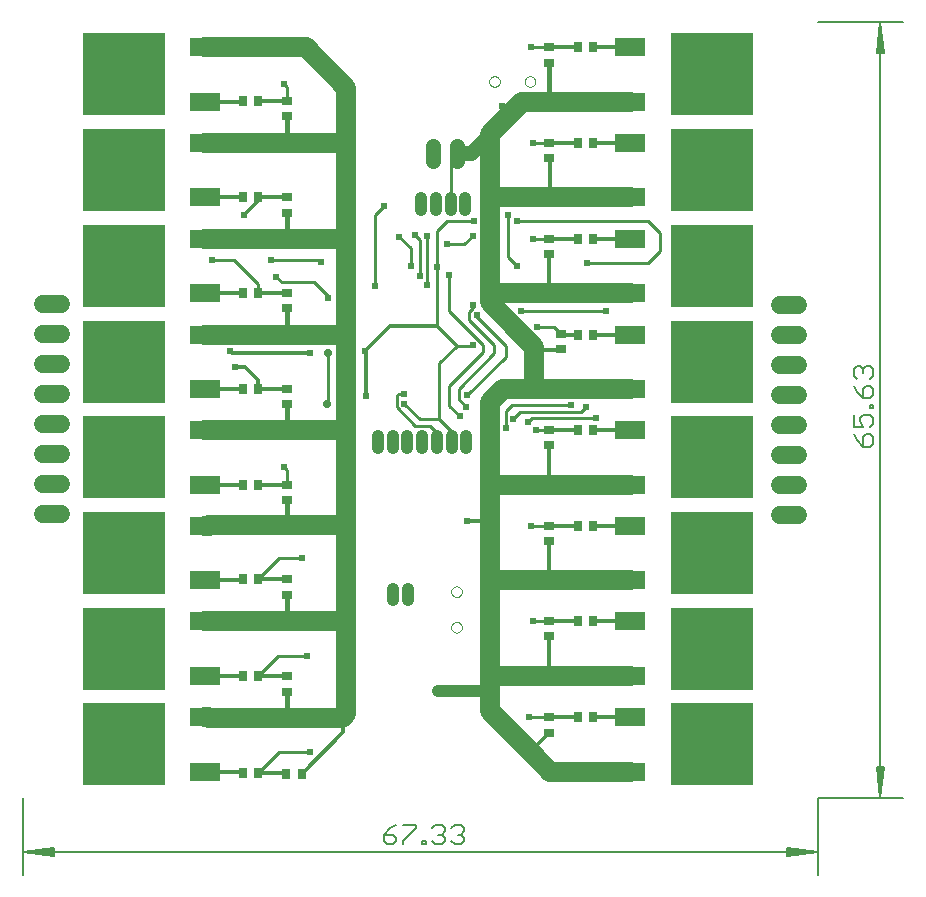
<source format=gtl>
G75*
%MOIN*%
%OFA0B0*%
%FSLAX24Y24*%
%IPPOS*%
%LPD*%
%AMOC8*
5,1,8,0,0,1.08239X$1,22.5*
%
%ADD10C,0.0051*%
%ADD11C,0.0060*%
%ADD12C,0.0397*%
%ADD13R,0.0984X0.0591*%
%ADD14R,0.2756X0.2756*%
%ADD15R,0.0276X0.0354*%
%ADD16R,0.0354X0.0276*%
%ADD17C,0.0515*%
%ADD18C,0.0000*%
%ADD19C,0.0600*%
%ADD20C,0.0240*%
%ADD21C,0.0100*%
%ADD22C,0.0120*%
%ADD23OC8,0.0240*%
%ADD24C,0.0660*%
%ADD25C,0.0160*%
%ADD26C,0.0500*%
%ADD27C,0.0396*%
%ADD28C,0.0400*%
%ADD29C,0.0560*%
D10*
X000485Y000126D02*
X000485Y002704D01*
X000485Y000893D02*
X001509Y000791D01*
X001509Y000768D02*
X000485Y000893D01*
X001509Y000996D01*
X001509Y001019D02*
X001509Y000768D01*
X001509Y000842D02*
X000485Y000893D01*
X001509Y000944D01*
X001509Y001019D02*
X000485Y000893D01*
X026993Y000893D01*
X025970Y000791D01*
X025970Y000768D02*
X026993Y000893D01*
X025970Y000996D01*
X025970Y001019D02*
X025970Y000768D01*
X025970Y000842D02*
X026993Y000893D01*
X025970Y000944D01*
X025970Y001019D02*
X026993Y000893D01*
X026993Y000126D02*
X026993Y002704D01*
X029840Y002704D01*
X029072Y002704D02*
X029174Y003728D01*
X029198Y003728D02*
X029072Y002704D01*
X028970Y003728D01*
X028946Y003728D02*
X029198Y003728D01*
X029123Y003728D02*
X029072Y002704D01*
X029021Y003728D01*
X028946Y003728D02*
X029072Y002704D01*
X029072Y028543D01*
X029174Y027519D01*
X029198Y027519D02*
X029072Y028543D01*
X028970Y027519D01*
X028946Y027519D02*
X029198Y027519D01*
X029123Y027519D02*
X029072Y028543D01*
X029021Y027519D01*
X028946Y027519D02*
X029072Y028543D01*
X029840Y028543D02*
X026993Y028543D01*
D11*
X028282Y017080D02*
X028389Y017080D01*
X028496Y016974D01*
X028602Y017080D01*
X028709Y017080D01*
X028816Y016974D01*
X028816Y016760D01*
X028709Y016653D01*
X028709Y016436D02*
X028602Y016436D01*
X028496Y016329D01*
X028496Y016009D01*
X028709Y016009D01*
X028816Y016115D01*
X028816Y016329D01*
X028709Y016436D01*
X028282Y016222D02*
X028496Y016009D01*
X028282Y016222D02*
X028175Y016436D01*
X028282Y016653D02*
X028175Y016760D01*
X028175Y016974D01*
X028282Y017080D01*
X028496Y016974D02*
X028496Y016867D01*
X028709Y015793D02*
X028816Y015793D01*
X028816Y015686D01*
X028709Y015686D01*
X028709Y015793D01*
X028709Y015469D02*
X028816Y015362D01*
X028816Y015149D01*
X028709Y015042D01*
X028496Y015042D02*
X028389Y015255D01*
X028389Y015362D01*
X028496Y015469D01*
X028709Y015469D01*
X028496Y015042D02*
X028175Y015042D01*
X028175Y015469D01*
X028175Y014824D02*
X028282Y014611D01*
X028496Y014397D01*
X028496Y014718D01*
X028602Y014824D01*
X028709Y014824D01*
X028816Y014718D01*
X028816Y014504D01*
X028709Y014397D01*
X028496Y014397D01*
X015196Y001683D02*
X015196Y001577D01*
X015089Y001470D01*
X015196Y001363D01*
X015196Y001256D01*
X015089Y001149D01*
X014876Y001149D01*
X014769Y001256D01*
X014551Y001256D02*
X014445Y001149D01*
X014231Y001149D01*
X014124Y001256D01*
X013909Y001256D02*
X013909Y001149D01*
X013802Y001149D01*
X013802Y001256D01*
X013909Y001256D01*
X014124Y001683D02*
X014231Y001790D01*
X014445Y001790D01*
X014551Y001683D01*
X014551Y001577D01*
X014445Y001470D01*
X014551Y001363D01*
X014551Y001256D01*
X014445Y001470D02*
X014338Y001470D01*
X014769Y001683D02*
X014876Y001790D01*
X015089Y001790D01*
X015196Y001683D01*
X015089Y001470D02*
X014983Y001470D01*
X013585Y001683D02*
X013158Y001256D01*
X013158Y001149D01*
X012940Y001256D02*
X012940Y001363D01*
X012833Y001470D01*
X012513Y001470D01*
X012513Y001256D01*
X012620Y001149D01*
X012833Y001149D01*
X012940Y001256D01*
X012727Y001683D02*
X012513Y001470D01*
X012727Y001683D02*
X012940Y001790D01*
X013158Y001790D02*
X013585Y001790D01*
X013585Y001683D01*
D12*
X013318Y009274D02*
X013318Y009670D01*
X012826Y009670D02*
X012826Y009274D01*
X012813Y014344D02*
X012813Y014741D01*
X012321Y014741D02*
X012321Y014344D01*
X013305Y014344D02*
X013305Y014741D01*
X013797Y014741D02*
X013797Y014344D01*
X014289Y014344D02*
X014289Y014741D01*
X014781Y014741D02*
X014781Y014344D01*
X015273Y014344D02*
X015273Y014741D01*
X015239Y022301D02*
X015239Y022698D01*
X014747Y022698D02*
X014747Y022301D01*
X014255Y022301D02*
X014255Y022698D01*
X013763Y022698D02*
X013763Y022301D01*
D13*
X020732Y022712D03*
X020732Y021331D03*
X020732Y019520D03*
X020732Y018137D03*
X020732Y016326D03*
X020732Y014949D03*
X020732Y013138D03*
X020732Y011763D03*
X020732Y009952D03*
X020732Y008576D03*
X020732Y006764D03*
X020732Y005378D03*
X020732Y003567D03*
X006572Y003567D03*
X006572Y005378D03*
X006572Y006764D03*
X006572Y008576D03*
X006572Y009952D03*
X006572Y011763D03*
X006572Y013138D03*
X006572Y014949D03*
X006572Y016326D03*
X006572Y018137D03*
X006572Y019520D03*
X006572Y021331D03*
X006572Y022712D03*
X006572Y024523D03*
X006572Y025902D03*
X006572Y027713D03*
X020732Y027713D03*
X020732Y025902D03*
X020732Y024523D03*
D14*
X023448Y023617D03*
X023448Y026807D03*
X023448Y020425D03*
X023448Y017232D03*
X023448Y014043D03*
X023448Y010857D03*
X023448Y007670D03*
X023448Y004473D03*
X003855Y004473D03*
X003855Y007670D03*
X003855Y010857D03*
X003855Y014043D03*
X003855Y017232D03*
X003855Y020425D03*
X003855Y023617D03*
X003855Y026807D03*
D15*
X007818Y025918D03*
X008330Y025918D03*
X008330Y022718D03*
X007818Y022718D03*
X007818Y019518D03*
X008330Y019518D03*
X008330Y016328D03*
X007818Y016328D03*
X007818Y013138D03*
X008330Y013138D03*
X008330Y009978D03*
X007818Y009978D03*
X007818Y006748D03*
X008330Y006748D03*
X008330Y003508D03*
X007818Y003508D03*
X009268Y003498D03*
X009780Y003498D03*
X018978Y005378D03*
X019490Y005378D03*
X019490Y008588D03*
X018978Y008588D03*
X018978Y011768D03*
X019490Y011768D03*
X019490Y014948D03*
X018978Y014948D03*
X018978Y018138D03*
X019490Y018138D03*
X019490Y021328D03*
X018978Y021328D03*
X018978Y024518D03*
X019490Y024518D03*
X019490Y027708D03*
X018978Y027708D03*
D16*
X018034Y027714D03*
X018034Y027202D03*
X018034Y024524D03*
X018034Y024012D03*
X018034Y021324D03*
X018034Y020812D03*
X018424Y018154D03*
X018424Y017642D03*
X018034Y014954D03*
X018034Y014442D03*
X018034Y011764D03*
X018034Y011252D03*
X018034Y008594D03*
X018034Y008082D03*
X018034Y005374D03*
X018034Y004862D03*
X009294Y006232D03*
X009294Y006744D03*
X009294Y009462D03*
X009294Y009974D03*
X009294Y012622D03*
X009294Y013134D03*
X009294Y015822D03*
X009294Y016334D03*
X009294Y019022D03*
X009294Y019534D03*
X009294Y022202D03*
X009294Y022714D03*
X009294Y025422D03*
X009294Y025934D03*
D17*
X014158Y024433D02*
X014158Y023918D01*
X014945Y023918D02*
X014945Y024433D01*
D18*
X016029Y026571D02*
X016031Y026597D01*
X016037Y026623D01*
X016047Y026648D01*
X016060Y026671D01*
X016076Y026691D01*
X016096Y026709D01*
X016118Y026724D01*
X016141Y026736D01*
X016167Y026744D01*
X016193Y026748D01*
X016219Y026748D01*
X016245Y026744D01*
X016271Y026736D01*
X016295Y026724D01*
X016316Y026709D01*
X016336Y026691D01*
X016352Y026671D01*
X016365Y026648D01*
X016375Y026623D01*
X016381Y026597D01*
X016383Y026571D01*
X016381Y026545D01*
X016375Y026519D01*
X016365Y026494D01*
X016352Y026471D01*
X016336Y026451D01*
X016316Y026433D01*
X016294Y026418D01*
X016271Y026406D01*
X016245Y026398D01*
X016219Y026394D01*
X016193Y026394D01*
X016167Y026398D01*
X016141Y026406D01*
X016117Y026418D01*
X016096Y026433D01*
X016076Y026451D01*
X016060Y026471D01*
X016047Y026494D01*
X016037Y026519D01*
X016031Y026545D01*
X016029Y026571D01*
X017210Y026571D02*
X017212Y026597D01*
X017218Y026623D01*
X017228Y026648D01*
X017241Y026671D01*
X017257Y026691D01*
X017277Y026709D01*
X017299Y026724D01*
X017322Y026736D01*
X017348Y026744D01*
X017374Y026748D01*
X017400Y026748D01*
X017426Y026744D01*
X017452Y026736D01*
X017476Y026724D01*
X017497Y026709D01*
X017517Y026691D01*
X017533Y026671D01*
X017546Y026648D01*
X017556Y026623D01*
X017562Y026597D01*
X017564Y026571D01*
X017562Y026545D01*
X017556Y026519D01*
X017546Y026494D01*
X017533Y026471D01*
X017517Y026451D01*
X017497Y026433D01*
X017475Y026418D01*
X017452Y026406D01*
X017426Y026398D01*
X017400Y026394D01*
X017374Y026394D01*
X017348Y026398D01*
X017322Y026406D01*
X017298Y026418D01*
X017277Y026433D01*
X017257Y026451D01*
X017241Y026471D01*
X017228Y026494D01*
X017218Y026519D01*
X017212Y026545D01*
X017210Y026571D01*
X014766Y009562D02*
X014768Y009588D01*
X014774Y009614D01*
X014784Y009639D01*
X014797Y009662D01*
X014813Y009682D01*
X014833Y009700D01*
X014855Y009715D01*
X014878Y009727D01*
X014904Y009735D01*
X014930Y009739D01*
X014956Y009739D01*
X014982Y009735D01*
X015008Y009727D01*
X015032Y009715D01*
X015053Y009700D01*
X015073Y009682D01*
X015089Y009662D01*
X015102Y009639D01*
X015112Y009614D01*
X015118Y009588D01*
X015120Y009562D01*
X015118Y009536D01*
X015112Y009510D01*
X015102Y009485D01*
X015089Y009462D01*
X015073Y009442D01*
X015053Y009424D01*
X015031Y009409D01*
X015008Y009397D01*
X014982Y009389D01*
X014956Y009385D01*
X014930Y009385D01*
X014904Y009389D01*
X014878Y009397D01*
X014854Y009409D01*
X014833Y009424D01*
X014813Y009442D01*
X014797Y009462D01*
X014784Y009485D01*
X014774Y009510D01*
X014768Y009536D01*
X014766Y009562D01*
X014766Y008381D02*
X014768Y008407D01*
X014774Y008433D01*
X014784Y008458D01*
X014797Y008481D01*
X014813Y008501D01*
X014833Y008519D01*
X014855Y008534D01*
X014878Y008546D01*
X014904Y008554D01*
X014930Y008558D01*
X014956Y008558D01*
X014982Y008554D01*
X015008Y008546D01*
X015032Y008534D01*
X015053Y008519D01*
X015073Y008501D01*
X015089Y008481D01*
X015102Y008458D01*
X015112Y008433D01*
X015118Y008407D01*
X015120Y008381D01*
X015118Y008355D01*
X015112Y008329D01*
X015102Y008304D01*
X015089Y008281D01*
X015073Y008261D01*
X015053Y008243D01*
X015031Y008228D01*
X015008Y008216D01*
X014982Y008208D01*
X014956Y008204D01*
X014930Y008204D01*
X014904Y008208D01*
X014878Y008216D01*
X014854Y008228D01*
X014833Y008243D01*
X014813Y008261D01*
X014797Y008281D01*
X014784Y008304D01*
X014774Y008329D01*
X014768Y008355D01*
X014766Y008381D01*
D19*
X025713Y012118D02*
X026313Y012118D01*
X026313Y013118D02*
X025713Y013118D01*
X025713Y014118D02*
X026313Y014118D01*
X026313Y015118D02*
X025713Y015118D01*
X025713Y016118D02*
X026313Y016118D01*
X026313Y017118D02*
X025713Y017118D01*
X025713Y018118D02*
X026313Y018118D01*
X026313Y019118D02*
X025713Y019118D01*
X001750Y019161D02*
X001150Y019161D01*
X001150Y018161D02*
X001750Y018161D01*
X001750Y017161D02*
X001150Y017161D01*
X001150Y016161D02*
X001750Y016161D01*
X001750Y015161D02*
X001150Y015161D01*
X001150Y014161D02*
X001750Y014161D01*
X001750Y013161D02*
X001150Y013161D01*
X001150Y012161D02*
X001750Y012161D01*
D20*
X007384Y017588D03*
X007544Y017058D03*
X010073Y017522D03*
X011903Y017603D03*
X013204Y016148D03*
X013204Y015818D03*
X011934Y016098D03*
X009204Y013708D03*
X009794Y010678D03*
X009964Y007418D03*
X010074Y004218D03*
X017354Y005378D03*
X017484Y008588D03*
X017434Y011768D03*
X015305Y011927D03*
X017604Y014958D03*
X017324Y015208D03*
X016834Y015318D03*
X016584Y015018D03*
X015294Y016108D03*
X015274Y015718D03*
X015054Y015408D03*
X015494Y017778D03*
X015624Y018778D03*
X015494Y019128D03*
X014684Y020138D03*
X014294Y020378D03*
X013714Y020078D03*
X013974Y019788D03*
X013414Y020418D03*
X013544Y021448D03*
X013974Y021408D03*
X014634Y021148D03*
X015484Y021438D03*
X015514Y021928D03*
X016654Y022138D03*
X016944Y021938D03*
X017484Y021318D03*
X016964Y020408D03*
X017104Y018928D03*
X016931Y018331D03*
X017634Y018388D03*
X019722Y019520D03*
X019914Y018928D03*
X019294Y020528D03*
X017484Y024518D03*
X016458Y025744D03*
X017424Y027708D03*
X012517Y022417D03*
X013024Y021398D03*
X012226Y019740D03*
X010654Y019358D03*
X010415Y020551D03*
X008934Y020058D03*
X008765Y020637D03*
X007854Y022118D03*
X006804Y020638D03*
X009194Y026478D03*
X018754Y015788D03*
X019274Y015738D03*
X019594Y015348D03*
D21*
X017464Y015348D01*
X017324Y015208D01*
X017604Y014958D02*
X018030Y014958D01*
X018034Y014954D01*
X018754Y015788D02*
X016784Y015788D01*
X016584Y015588D01*
X016584Y015018D01*
X016834Y015318D02*
X017074Y015558D01*
X019094Y015558D01*
X019274Y015738D01*
X018368Y018128D02*
X018424Y018154D01*
X018190Y018388D01*
X017634Y018388D01*
X017104Y018928D02*
X019914Y018928D01*
X019294Y020528D02*
X021324Y020528D01*
X021714Y020915D01*
X021714Y021529D01*
X021324Y021918D01*
X016954Y021918D01*
X016944Y021938D01*
X016654Y022138D02*
X016654Y020718D01*
X016964Y020408D01*
X017484Y021318D02*
X018028Y021318D01*
X018034Y021324D01*
X015624Y018778D02*
X015584Y018768D01*
X016584Y017768D01*
X016584Y017398D01*
X015294Y016108D01*
X015014Y015978D02*
X015274Y015718D01*
X015014Y015978D02*
X015014Y016338D01*
X016184Y017508D01*
X016184Y017798D01*
X015374Y018608D01*
X015374Y018898D01*
X015494Y019018D01*
X015494Y019128D01*
X014684Y018928D02*
X014684Y020138D01*
X014294Y020378D02*
X014294Y021588D01*
X014634Y021928D01*
X015514Y021928D01*
X015484Y021438D02*
X015204Y021148D01*
X014634Y021148D01*
X013974Y021408D02*
X013974Y019788D01*
X013714Y020078D02*
X013714Y021278D01*
X013544Y021448D01*
X013414Y021008D02*
X013414Y020418D01*
X013414Y021008D02*
X013024Y021398D01*
X012226Y022126D02*
X012517Y022417D01*
X012226Y022126D02*
X012226Y019740D01*
X010654Y019418D02*
X010654Y019358D01*
X010654Y019418D02*
X010194Y019878D01*
X009114Y019878D01*
X008934Y020058D01*
X008765Y020637D02*
X010328Y020637D01*
X010415Y020551D01*
X008334Y019818D02*
X008334Y019522D01*
X008330Y019518D01*
X008334Y019818D02*
X007514Y020638D01*
X006804Y020638D01*
X010670Y017511D02*
X010670Y015889D01*
X010611Y015830D01*
X009204Y013708D02*
X009290Y013622D01*
X009290Y013138D01*
X009030Y010678D02*
X009794Y010678D01*
X009030Y010678D02*
X008330Y009978D01*
X009000Y007418D02*
X009964Y007418D01*
X009000Y007418D02*
X008330Y006748D01*
X009040Y004218D02*
X010074Y004218D01*
X009040Y004218D02*
X008330Y003508D01*
X017354Y005378D02*
X018030Y005378D01*
X018034Y005374D01*
X018028Y008588D02*
X017484Y008588D01*
X018028Y008588D02*
X018034Y008594D01*
X018034Y011764D02*
X018030Y011768D01*
X017434Y011768D01*
X014781Y014543D02*
X014781Y014901D01*
X014374Y015308D01*
X013714Y015308D01*
X013204Y015818D01*
X012944Y015718D02*
X012944Y016092D01*
X012997Y016145D01*
X013201Y016145D01*
X013204Y016148D01*
X012944Y015718D02*
X013564Y015098D01*
X014054Y015098D01*
X014289Y014863D01*
X014289Y014543D01*
X014374Y015308D02*
X014374Y017178D01*
X014949Y017753D01*
X015494Y017753D01*
X015494Y017778D01*
X015834Y017778D02*
X015834Y017548D01*
X014704Y016418D01*
X014704Y015758D01*
X015054Y015408D01*
X014949Y017753D02*
X014294Y018408D01*
X014294Y020378D01*
X014684Y018928D02*
X015834Y017778D01*
X014294Y018408D02*
X014283Y018419D01*
X014747Y022500D02*
X014747Y023978D01*
X014945Y024176D01*
X014755Y023985D01*
X017484Y024518D02*
X018028Y024518D01*
X018034Y024524D01*
X018028Y027708D02*
X017424Y027708D01*
X018028Y027708D02*
X018034Y027714D01*
X009294Y026378D02*
X009294Y025934D01*
X009294Y026378D02*
X009194Y026478D01*
X008324Y016334D02*
X008330Y016328D01*
D22*
X009288Y016328D01*
X009294Y016334D01*
X008324Y016334D02*
X008324Y016614D01*
X007879Y017059D01*
X007544Y017059D01*
X007544Y017058D01*
X007457Y017522D02*
X007384Y017588D01*
X007457Y017522D02*
X010073Y017522D01*
X011903Y017603D02*
X011934Y017573D01*
X011934Y016098D01*
X011903Y017603D02*
X012719Y018419D01*
X014283Y018419D01*
X017534Y017638D02*
X018420Y017638D01*
X018424Y017642D01*
X018440Y018138D02*
X018424Y018154D01*
X018440Y018138D02*
X018978Y018138D01*
X019490Y018138D02*
X019491Y018137D01*
X020732Y018137D01*
X018034Y019600D02*
X018034Y020812D01*
X018034Y021324D02*
X018038Y021328D01*
X018978Y021328D01*
X019490Y021328D02*
X019492Y021331D01*
X020732Y021331D01*
X018074Y022712D02*
X018074Y023972D01*
X018034Y024012D01*
X018040Y024518D02*
X018034Y024524D01*
X018040Y024518D02*
X018978Y024518D01*
X019490Y024518D02*
X019494Y024523D01*
X020732Y024523D01*
X020732Y027713D02*
X019494Y027713D01*
X019490Y027708D01*
X018978Y027708D02*
X018040Y027708D01*
X018034Y027714D01*
X016458Y025744D02*
X016458Y025728D01*
X016711Y025475D01*
X009294Y025934D02*
X009278Y025918D01*
X008330Y025918D01*
X007818Y025918D02*
X007802Y025902D01*
X006572Y025902D01*
X006572Y022712D02*
X007812Y022712D01*
X007818Y022718D01*
X008330Y022718D02*
X008330Y022594D01*
X007854Y022118D01*
X008330Y022718D02*
X009290Y022718D01*
X009294Y022714D01*
X009294Y019534D02*
X009278Y019518D01*
X008330Y019518D01*
X007818Y019518D02*
X007816Y019520D01*
X006572Y019520D01*
X006572Y016326D02*
X007816Y016326D01*
X007818Y016328D01*
X007817Y013138D02*
X007818Y013138D01*
X007817Y013138D02*
X006572Y013138D01*
X008330Y013138D02*
X009290Y013138D01*
X009294Y013134D01*
X009290Y009978D02*
X008330Y009978D01*
X007818Y009978D02*
X007792Y009952D01*
X006572Y009952D01*
X009290Y009978D02*
X009294Y009974D01*
X009290Y006748D02*
X008330Y006748D01*
X007818Y006748D02*
X007801Y006764D01*
X006572Y006764D01*
X009290Y006748D02*
X009294Y006744D01*
X011159Y005373D02*
X011159Y004877D01*
X009780Y003498D01*
X009278Y003508D02*
X009268Y003498D01*
X009278Y003508D02*
X008330Y003508D01*
X007818Y003508D02*
X007778Y003548D01*
X006674Y003548D01*
X006655Y003567D01*
X006572Y003567D01*
X015305Y011927D02*
X016023Y011927D01*
X016044Y013098D01*
X018034Y013258D02*
X018034Y014442D01*
X018034Y014954D02*
X018090Y014954D01*
X018094Y014958D01*
X018968Y014958D01*
X018978Y014948D01*
X019490Y014949D02*
X019490Y014948D01*
X019490Y014949D02*
X020732Y014949D01*
X020732Y011763D02*
X019495Y011763D01*
X019490Y011768D01*
X018978Y011768D02*
X018904Y011768D01*
X018894Y011758D01*
X018040Y011758D01*
X018034Y011764D01*
X018034Y011252D02*
X018034Y010112D01*
X018034Y008594D02*
X018040Y008588D01*
X018978Y008588D01*
X019490Y008588D02*
X019502Y008576D01*
X020732Y008576D01*
X018034Y008082D02*
X018034Y006804D01*
X018038Y005378D02*
X018034Y005374D01*
X018038Y005378D02*
X018978Y005378D01*
X019490Y005378D02*
X020732Y005378D01*
X018034Y004862D02*
X017543Y004372D01*
X017543Y004098D01*
D23*
X010611Y015830D03*
X010670Y017511D03*
D24*
X011274Y018108D02*
X011245Y018137D01*
X009304Y018137D01*
X006572Y018137D01*
X006572Y014949D02*
X009304Y014949D01*
X011243Y014949D01*
X011274Y014918D01*
X011274Y011778D01*
X009254Y011778D01*
X006704Y011778D01*
X006689Y011763D01*
X006572Y011763D01*
X006572Y008576D02*
X009364Y008576D01*
X011216Y008576D01*
X011274Y008518D01*
X011274Y005488D01*
X011159Y005373D01*
X011134Y005348D01*
X009344Y005348D01*
X006704Y005348D01*
X006674Y005378D01*
X006572Y005378D01*
X011274Y008518D02*
X011274Y011778D01*
X011274Y014918D02*
X011274Y018108D01*
X011274Y021258D01*
X011201Y021331D01*
X009324Y021331D01*
X006572Y021331D01*
X006572Y024523D02*
X009194Y024523D01*
X009911Y024523D01*
X011269Y024523D01*
X011274Y024528D01*
X011274Y024488D01*
X011274Y021258D01*
X011274Y024528D02*
X011274Y026368D01*
X009929Y027713D01*
X006572Y027713D01*
X016044Y024808D02*
X016044Y022528D01*
X016228Y022712D01*
X018074Y022712D01*
X020732Y022712D01*
X020732Y025902D02*
X018034Y025902D01*
X017138Y025902D01*
X016711Y025475D01*
X016144Y024908D01*
X016044Y024808D01*
X016044Y022528D02*
X016044Y019438D01*
X016044Y019218D01*
X016931Y018331D01*
X017534Y017728D01*
X017534Y017638D01*
X017534Y016326D01*
X017532Y016328D01*
X016484Y016328D01*
X016044Y015888D01*
X016044Y013098D01*
X016083Y013138D01*
X017914Y013138D01*
X020732Y013138D01*
X020732Y009952D02*
X018194Y009952D01*
X016070Y009952D01*
X016044Y009978D01*
X016052Y006573D01*
X016044Y008337D01*
X016044Y006918D01*
X016044Y006256D01*
X016044Y005597D01*
X017543Y004098D01*
X018074Y003567D01*
X020732Y003567D01*
X020732Y006764D02*
X017994Y006764D01*
X016197Y006764D01*
X016044Y006918D01*
X016044Y009978D02*
X016044Y013098D01*
X017534Y016326D02*
X018084Y016326D01*
X020732Y016326D01*
X020732Y019520D02*
X019722Y019520D01*
X018114Y019520D01*
X016125Y019520D01*
X016044Y019438D01*
D25*
X018034Y019600D02*
X018114Y019520D01*
X018424Y016406D02*
X018084Y016326D01*
X018034Y013258D02*
X017914Y013138D01*
X018034Y010112D02*
X018194Y009952D01*
X018034Y006804D02*
X017994Y006764D01*
X018034Y003607D02*
X018074Y003567D01*
X009344Y005348D02*
X009294Y005398D01*
X009294Y006232D01*
X009364Y008576D02*
X009294Y008646D01*
X009294Y009462D01*
X009254Y011778D02*
X009294Y011818D01*
X009294Y012622D01*
X009304Y014949D02*
X009294Y014959D01*
X009294Y015822D01*
X009304Y018137D02*
X009294Y018147D01*
X009294Y019022D01*
X009324Y021331D02*
X009294Y021361D01*
X009294Y022202D01*
X009194Y024523D02*
X009294Y024623D01*
X009294Y025422D01*
X018034Y025902D02*
X018034Y027202D01*
D26*
X016144Y024908D02*
X015411Y024176D01*
X014945Y024176D01*
X011274Y024488D02*
X009946Y024488D01*
X009911Y024523D01*
X003855Y023617D02*
X003848Y023610D01*
X003064Y023610D01*
X003855Y020425D02*
X003879Y020401D01*
X003879Y019815D01*
X003855Y017232D02*
X003230Y016606D01*
X003230Y016437D01*
X003281Y014889D02*
X003281Y014618D01*
X003855Y014043D01*
X003859Y011909D02*
X003859Y010862D01*
X003855Y010857D01*
X003855Y007670D02*
X003850Y007665D01*
X003096Y007665D01*
X003214Y004468D02*
X003851Y004468D01*
X003855Y004473D01*
X023448Y004473D02*
X023453Y004468D01*
X024249Y004468D01*
X024415Y007681D02*
X023459Y007681D01*
X023448Y007670D01*
X023448Y010857D02*
X023450Y010859D01*
X023450Y011476D01*
X023448Y014043D02*
X024068Y014663D01*
X024068Y014901D01*
X024017Y016464D02*
X024017Y016663D01*
X023448Y017232D01*
X023466Y019976D02*
X023466Y020408D01*
X023448Y020425D01*
X023448Y023617D02*
X023452Y023622D01*
X024198Y023622D01*
X023448Y026807D02*
X023455Y026815D01*
X024084Y026815D01*
X003855Y026807D02*
X003840Y026822D01*
X003245Y026822D01*
D27*
X003245Y026822D03*
X003064Y023610D03*
X003879Y019815D03*
X003230Y016437D03*
X003281Y014889D03*
X003859Y011909D03*
X003096Y007665D03*
X003214Y004468D03*
X014340Y006240D03*
X023450Y011476D03*
X024068Y014901D03*
X024017Y016464D03*
X023466Y019976D03*
X024198Y023622D03*
X024084Y026815D03*
X011274Y024488D03*
X024415Y007681D03*
X024249Y004468D03*
D28*
X016044Y006256D02*
X016028Y006240D01*
X014340Y006240D01*
D29*
X023186Y004472D02*
X023218Y004504D01*
X023417Y004504D01*
X023448Y004473D01*
X023202Y004452D02*
X023186Y004437D01*
X023186Y004472D01*
X023448Y020425D02*
X023460Y020437D01*
X023452Y023614D02*
X023448Y023617D01*
M02*

</source>
